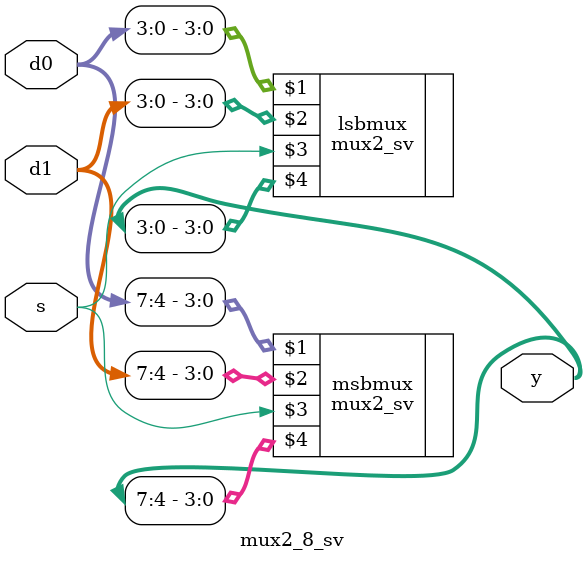
<source format=sv>
module mux2_8_sv
(
input logic [7:0] d0, d1,
input logic s,
output logic [7:0] y
);

mux2_sv lsbmux(d0[3:0], d1[3:0], s, y[3:0]);
mux2_sv msbmux(d0[7:4], d1[7:4], s, y[7:4]);

endmodule
</source>
